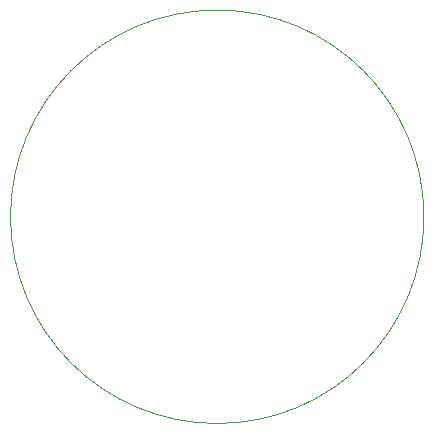
<source format=gbr>
%TF.GenerationSoftware,Altium Limited,Altium Designer,18.0.11 (651)*%
G04 Layer_Color=0*
%FSLAX43Y43*%
%MOMM*%
%TF.FileFunction,Profile,NP*%
%TF.Part,Single*%
G01*
G75*
%TA.AperFunction,Profile*%
%ADD82C,0.025*%
G36*
X-11500Y-13250D02*
D01*
D02*
G37*
D82*
X-17502Y0D02*
G03*
X0Y-17502I17502J0D01*
G01*
D02*
G03*
X17502Y0I0J17502D01*
G01*
D02*
G03*
X0Y17502I-17502J0D01*
G01*
D02*
G03*
X-17502Y0I0J-17502D01*
G01*
%TF.MD5,08105ba1291196f6fa1fe7e55f48da76*%
M02*

</source>
